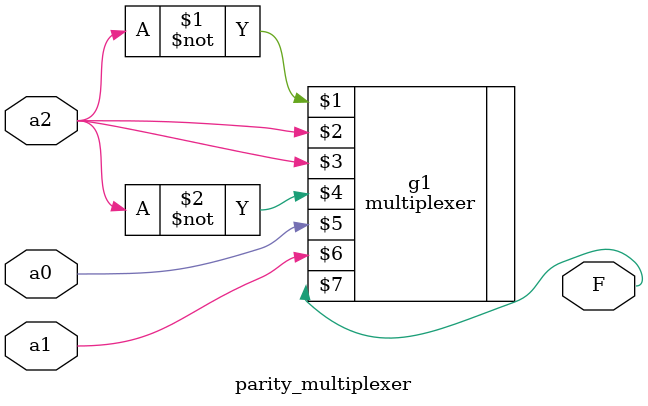
<source format=v>
`timescale 1ns / 1ps
module parity_multiplexer(
    input a0,a1,a2,
    output F
    );
multiplexer g1(~a2,a2,a2,~a2,a0,a1,F);

endmodule

</source>
